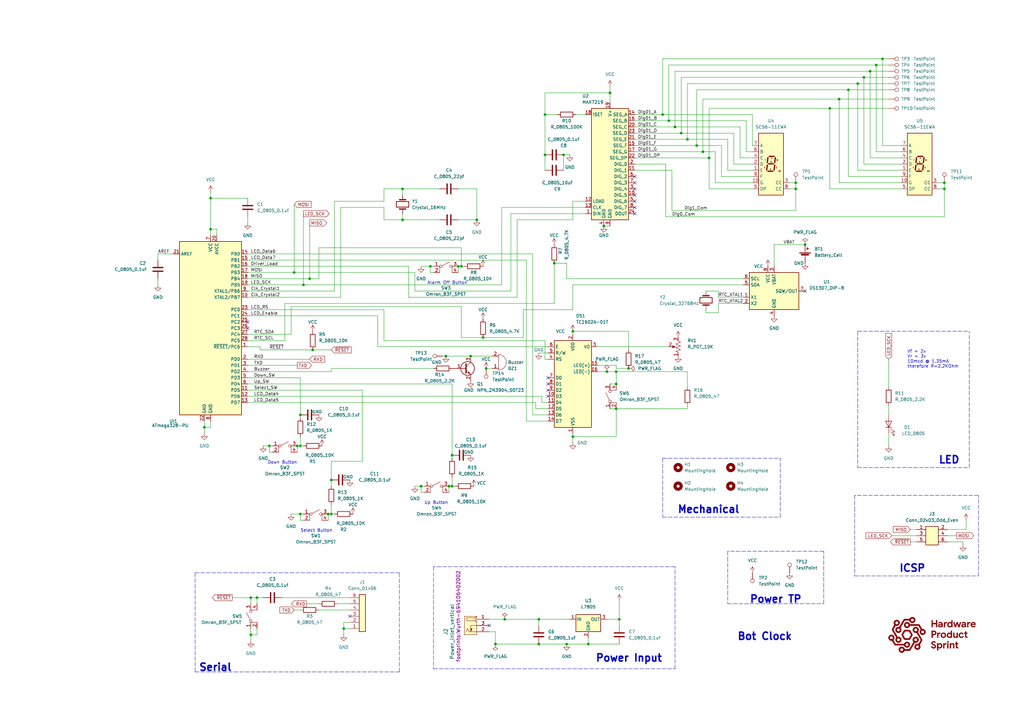
<source format=kicad_sch>
(kicad_sch (version 20211123) (generator eeschema)
  (paper "A3")
  (junction (at 276.86 52.07))
  (junction (at 127 114.3))
  (junction (at 290.83 64.77))
  (junction (at 234.95 179.07))
  (junction (at 123.19 210.82))
  (junction (at 387.35 74.93))
  (junction (at 252.73 157.48))
  (junction (at 347.98 36.83))
  (junction (at 252.73 167.64))
  (junction (at 340.36 44.45))
  (junction (at 123.19 182.88))
  (junction (at 326.39 77.47))
  (junction (at 271.78 46.99))
  (junction (at 288.29 62.23))
  (junction (at 134.62 210.82))
  (junction (at 123.19 170.18))
  (junction (at 189.23 109.22))
  (junction (at 223.52 46.99))
  (junction (at 83.82 175.26))
  (junction (at 247.65 92.71))
  (junction (at 359.41 26.67))
  (junction (at 165.1 90.17))
  (junction (at 254 254))
  (junction (at 102.87 245.11))
  (junction (at 135.89 210.82))
  (junction (at 241.3 264.16))
  (junction (at 176.53 109.22))
  (junction (at 285.75 59.69))
  (junction (at 231.14 63.5))
  (junction (at 165.1 77.47))
  (junction (at 86.36 81.28))
  (junction (at 182.88 146.05))
  (junction (at 257.81 151.13))
  (junction (at 105.41 245.11))
  (junction (at 185.42 186.69))
  (junction (at 354.33 31.75))
  (junction (at 185.42 199.39))
  (junction (at 220.98 254))
  (junction (at 344.17 40.64))
  (junction (at 232.41 264.16))
  (junction (at 223.52 63.5))
  (junction (at 199.39 151.13))
  (junction (at 227.33 107.95))
  (junction (at 198.12 138.43))
  (junction (at 135.89 196.85))
  (junction (at 124.46 116.84))
  (junction (at 356.87 29.21))
  (junction (at 361.95 24.13))
  (junction (at 128.27 143.51))
  (junction (at 326.39 74.93))
  (junction (at 387.35 77.47))
  (junction (at 140.97 257.81))
  (junction (at 184.15 199.39))
  (junction (at 220.98 264.16))
  (junction (at 203.2 264.16))
  (junction (at 207.01 254))
  (junction (at 86.36 93.98))
  (junction (at 121.92 182.88))
  (junction (at 195.58 90.17))
  (junction (at 274.32 49.53))
  (junction (at 120.65 111.76))
  (junction (at 252.73 152.4))
  (junction (at 250.19 38.1))
  (junction (at 172.72 199.39))
  (junction (at 234.95 135.89))
  (junction (at 279.4 54.61))
  (junction (at 248.92 152.4))
  (junction (at 281.94 57.15))
  (junction (at 187.96 109.22))
  (junction (at 102.87 260.35))
  (junction (at 193.04 146.05))
  (junction (at 330.2 100.33))
  (junction (at 351.79 34.29))
  (junction (at 110.49 182.88))
  (no_connect (at 260.35 87.63))
  (no_connect (at 260.35 74.93))
  (no_connect (at 260.35 72.39))
  (no_connect (at 260.35 80.01))
  (no_connect (at 260.35 77.47))
  (no_connect (at 260.35 82.55))
  (no_connect (at 260.35 85.09))
  (no_connect (at 330.2 119.38))
  (no_connect (at 224.79 162.56))
  (no_connect (at 224.79 160.02))
  (no_connect (at 224.79 157.48))
  (no_connect (at 224.79 154.94))
  (no_connect (at 101.6 134.62))
  (no_connect (at 200.66 256.54))
  (no_connect (at 143.51 252.73))
  (no_connect (at 101.6 132.08))
  (wire (pts (xy 205.74 85.09) (xy 240.03 85.09)))
  (wire (pts (xy 176.53 109.22) (xy 177.8 109.22)))
  (wire (pts (xy 281.94 57.15) (xy 260.35 57.15)))
  (wire (pts (xy 394.97 222.25) (xy 394.97 223.52)))
  (wire (pts (xy 218.44 170.18) (xy 224.79 170.18)))
  (wire (pts (xy 101.6 109.22) (xy 167.64 109.22)))
  (wire (pts (xy 387.35 77.47) (xy 387.35 88.9)))
  (wire (pts (xy 143.51 257.81) (xy 140.97 257.81)))
  (wire (pts (xy 359.41 62.23) (xy 359.41 26.67)))
  (polyline (pts (xy 337.82 247.65) (xy 337.82 226.06)))
  (wire (pts (xy 123.19 213.36) (xy 123.19 210.82)))
  (wire (pts (xy 184.15 199.39) (xy 185.42 199.39)))
  (wire (pts (xy 361.95 59.69) (xy 361.95 24.13)))
  (wire (pts (xy 170.18 119.38) (xy 209.55 119.38)))
  (wire (pts (xy 189.23 101.6) (xy 130.81 101.6)))
  (wire (pts (xy 101.6 129.54) (xy 154.94 129.54)))
  (wire (pts (xy 199.39 151.13) (xy 201.93 151.13)))
  (polyline (pts (xy 401.32 203.2) (xy 350.52 203.2)))
  (wire (pts (xy 139.7 85.09) (xy 139.7 121.92)))
  (polyline (pts (xy 397.51 191.77) (xy 397.51 135.89)))
  (wire (pts (xy 187.96 109.22) (xy 187.96 111.76)))
  (wire (pts (xy 326.39 77.47) (xy 323.85 77.47)))
  (wire (pts (xy 101.6 165.1) (xy 219.71 165.1)))
  (wire (pts (xy 198.12 138.43) (xy 214.63 138.43)))
  (wire (pts (xy 354.33 31.75) (xy 364.49 31.75)))
  (wire (pts (xy 252.73 167.64) (xy 281.94 167.64)))
  (polyline (pts (xy 298.45 247.65) (xy 337.82 247.65)))
  (wire (pts (xy 130.81 250.19) (xy 143.51 250.19)))
  (wire (pts (xy 298.45 69.85) (xy 308.61 69.85)))
  (wire (pts (xy 140.97 255.27) (xy 140.97 257.81)))
  (wire (pts (xy 212.09 90.17) (xy 234.95 90.17)))
  (wire (pts (xy 260.35 52.07) (xy 276.86 52.07)))
  (wire (pts (xy 157.48 90.17) (xy 165.1 90.17)))
  (wire (pts (xy 257.81 135.89) (xy 257.81 143.51)))
  (wire (pts (xy 121.92 182.88) (xy 121.92 185.42)))
  (wire (pts (xy 294.64 124.46) (xy 304.8 124.46)))
  (wire (pts (xy 101.6 160.02) (xy 148.59 160.02)))
  (polyline (pts (xy 80.01 234.95) (xy 163.83 234.95)))
  (wire (pts (xy 252.73 149.86) (xy 252.73 151.13)))
  (polyline (pts (xy 276.86 274.32) (xy 276.86 232.41)))
  (wire (pts (xy 215.9 172.72) (xy 224.79 172.72)))
  (wire (pts (xy 135.89 151.13) (xy 135.89 152.4)))
  (wire (pts (xy 254 254) (xy 248.92 254)))
  (wire (pts (xy 130.81 114.3) (xy 127 114.3)))
  (wire (pts (xy 234.95 127) (xy 234.95 116.84)))
  (wire (pts (xy 200.66 254) (xy 207.01 254)))
  (wire (pts (xy 241.3 261.62) (xy 241.3 264.16)))
  (wire (pts (xy 105.41 257.81) (xy 105.41 260.35)))
  (polyline (pts (xy 177.8 232.41) (xy 177.8 274.32)))
  (wire (pts (xy 170.18 111.76) (xy 170.18 119.38)))
  (wire (pts (xy 250.19 35.56) (xy 250.19 38.1)))
  (wire (pts (xy 101.6 149.86) (xy 121.92 149.86)))
  (wire (pts (xy 344.17 40.64) (xy 288.29 40.64)))
  (wire (pts (xy 294.64 121.92) (xy 294.64 119.38)))
  (polyline (pts (xy 350.52 203.2) (xy 350.52 208.28)))
  (wire (pts (xy 115.57 245.11) (xy 143.51 245.11)))
  (wire (pts (xy 250.19 157.48) (xy 252.73 157.48)))
  (wire (pts (xy 285.75 59.69) (xy 260.35 59.69)))
  (wire (pts (xy 165.1 90.17) (xy 180.34 90.17)))
  (wire (pts (xy 101.6 142.24) (xy 106.68 142.24)))
  (wire (pts (xy 101.6 88.9) (xy 101.6 91.44)))
  (wire (pts (xy 105.41 245.11) (xy 107.95 245.11)))
  (wire (pts (xy 273.05 88.9) (xy 387.35 88.9)))
  (wire (pts (xy 135.89 189.23) (xy 135.89 196.85)))
  (wire (pts (xy 86.36 81.28) (xy 101.6 81.28)))
  (wire (pts (xy 364.49 147.32) (xy 364.49 158.75)))
  (wire (pts (xy 369.57 69.85) (xy 351.79 69.85)))
  (polyline (pts (xy 298.45 228.6) (xy 298.45 247.65)))
  (wire (pts (xy 347.98 36.83) (xy 285.75 36.83)))
  (wire (pts (xy 289.56 128.27) (xy 294.64 128.27)))
  (wire (pts (xy 203.2 259.08) (xy 203.2 264.16)))
  (wire (pts (xy 214.63 127) (xy 234.95 127)))
  (wire (pts (xy 232.41 264.16) (xy 220.98 264.16)))
  (wire (pts (xy 234.95 135.89) (xy 257.81 135.89)))
  (wire (pts (xy 354.33 67.31) (xy 354.33 31.75)))
  (wire (pts (xy 102.87 245.11) (xy 105.41 245.11)))
  (wire (pts (xy 101.6 119.38) (xy 137.16 119.38)))
  (wire (pts (xy 189.23 125.73) (xy 189.23 138.43)))
  (wire (pts (xy 232.41 107.95) (xy 232.41 114.3)))
  (wire (pts (xy 101.6 116.84) (xy 124.46 116.84)))
  (wire (pts (xy 223.52 63.5) (xy 223.52 69.85)))
  (wire (pts (xy 220.98 144.78) (xy 224.79 144.78)))
  (wire (pts (xy 170.18 199.39) (xy 172.72 199.39)))
  (wire (pts (xy 369.57 77.47) (xy 340.36 77.47)))
  (wire (pts (xy 209.55 119.38) (xy 209.55 87.63)))
  (wire (pts (xy 326.39 86.36) (xy 275.59 86.36)))
  (wire (pts (xy 120.65 83.82) (xy 120.65 111.76)))
  (wire (pts (xy 121.92 182.88) (xy 123.19 182.88)))
  (wire (pts (xy 388.62 219.71) (xy 392.43 219.71)))
  (wire (pts (xy 139.7 85.09) (xy 157.48 85.09)))
  (wire (pts (xy 205.74 116.84) (xy 205.74 85.09)))
  (wire (pts (xy 273.05 67.31) (xy 260.35 67.31)))
  (wire (pts (xy 116.84 124.46) (xy 227.33 124.46)))
  (wire (pts (xy 241.3 264.16) (xy 232.41 264.16)))
  (wire (pts (xy 295.91 72.39) (xy 308.61 72.39)))
  (wire (pts (xy 105.41 247.65) (xy 105.41 245.11)))
  (wire (pts (xy 361.95 24.13) (xy 271.78 24.13)))
  (wire (pts (xy 157.48 77.47) (xy 165.1 77.47)))
  (wire (pts (xy 250.19 92.71) (xy 247.65 92.71)))
  (wire (pts (xy 106.68 143.51) (xy 128.27 143.51)))
  (wire (pts (xy 317.5 100.33) (xy 317.5 109.22)))
  (wire (pts (xy 290.83 77.47) (xy 290.83 64.77)))
  (wire (pts (xy 227.33 107.95) (xy 232.41 107.95)))
  (wire (pts (xy 308.61 77.47) (xy 290.83 77.47)))
  (wire (pts (xy 148.59 189.23) (xy 135.89 189.23)))
  (wire (pts (xy 232.41 114.3) (xy 304.8 114.3)))
  (wire (pts (xy 165.1 87.63) (xy 165.1 90.17)))
  (wire (pts (xy 369.57 67.31) (xy 354.33 67.31)))
  (wire (pts (xy 212.09 121.92) (xy 212.09 90.17)))
  (wire (pts (xy 388.62 222.25) (xy 394.97 222.25)))
  (wire (pts (xy 220.98 254) (xy 233.68 254)))
  (polyline (pts (xy 163.83 275.59) (xy 163.83 234.95)))
  (wire (pts (xy 365.76 219.71) (xy 375.92 219.71)))
  (wire (pts (xy 101.6 152.4) (xy 135.89 152.4)))
  (wire (pts (xy 209.55 87.63) (xy 240.03 87.63)))
  (wire (pts (xy 387.35 74.93) (xy 387.35 77.47)))
  (wire (pts (xy 250.19 167.64) (xy 252.73 167.64)))
  (wire (pts (xy 102.87 260.35) (xy 102.87 262.89)))
  (polyline (pts (xy 350.52 208.28) (xy 350.52 236.22)))
  (wire (pts (xy 119.38 137.16) (xy 119.38 125.73)))
  (wire (pts (xy 308.61 62.23) (xy 306.07 62.23)))
  (wire (pts (xy 106.68 142.24) (xy 106.68 143.51)))
  (wire (pts (xy 86.36 93.98) (xy 86.36 96.52)))
  (wire (pts (xy 252.73 151.13) (xy 257.81 151.13)))
  (wire (pts (xy 281.94 158.75) (xy 281.94 152.4)))
  (wire (pts (xy 135.89 196.85) (xy 135.89 199.39)))
  (wire (pts (xy 157.48 77.47) (xy 157.48 82.55)))
  (wire (pts (xy 157.48 85.09) (xy 157.48 90.17)))
  (wire (pts (xy 130.81 101.6) (xy 130.81 114.3)))
  (wire (pts (xy 64.77 104.14) (xy 64.77 106.68)))
  (wire (pts (xy 308.61 46.99) (xy 271.78 46.99)))
  (wire (pts (xy 340.36 44.45) (xy 364.49 44.45)))
  (wire (pts (xy 214.63 138.43) (xy 214.63 127)))
  (wire (pts (xy 234.95 179.07) (xy 234.95 177.8)))
  (wire (pts (xy 116.84 139.7) (xy 116.84 124.46)))
  (polyline (pts (xy 337.82 226.06) (xy 298.45 226.06)))
  (wire (pts (xy 137.16 82.55) (xy 157.48 82.55)))
  (wire (pts (xy 124.46 87.63) (xy 124.46 116.84)))
  (wire (pts (xy 177.8 151.13) (xy 135.89 151.13)))
  (wire (pts (xy 303.53 64.77) (xy 303.53 52.07)))
  (wire (pts (xy 127 114.3) (xy 101.6 114.3)))
  (wire (pts (xy 369.57 64.77) (xy 356.87 64.77)))
  (wire (pts (xy 182.88 146.05) (xy 193.04 146.05)))
  (wire (pts (xy 119.38 125.73) (xy 189.23 125.73)))
  (wire (pts (xy 123.19 154.94) (xy 123.19 170.18)))
  (wire (pts (xy 218.44 104.14) (xy 218.44 170.18)))
  (wire (pts (xy 308.61 64.77) (xy 303.53 64.77)))
  (wire (pts (xy 275.59 69.85) (xy 275.59 86.36)))
  (wire (pts (xy 184.15 199.39) (xy 184.15 201.93)))
  (wire (pts (xy 120.65 250.19) (xy 123.19 250.19)))
  (wire (pts (xy 83.82 175.26) (xy 86.36 175.26)))
  (wire (pts (xy 165.1 80.01) (xy 165.1 77.47)))
  (wire (pts (xy 340.36 44.45) (xy 290.83 44.45)))
  (wire (pts (xy 354.33 31.75) (xy 279.4 31.75)))
  (wire (pts (xy 323.85 74.93) (xy 326.39 74.93)))
  (wire (pts (xy 223.52 46.99) (xy 223.52 63.5)))
  (wire (pts (xy 276.86 29.21) (xy 276.86 52.07)))
  (wire (pts (xy 344.17 74.93) (xy 344.17 40.64)))
  (polyline (pts (xy 351.79 135.89) (xy 351.79 191.77)))
  (wire (pts (xy 295.91 72.39) (xy 295.91 59.69)))
  (wire (pts (xy 252.73 157.48) (xy 252.73 152.4)))
  (wire (pts (xy 271.78 24.13) (xy 271.78 46.99)))
  (wire (pts (xy 304.8 121.92) (xy 294.64 121.92)))
  (wire (pts (xy 123.19 179.07) (xy 123.19 182.88)))
  (wire (pts (xy 245.11 149.86) (xy 252.73 149.86)))
  (wire (pts (xy 281.94 34.29) (xy 281.94 57.15)))
  (wire (pts (xy 295.91 59.69) (xy 285.75 59.69)))
  (wire (pts (xy 195.58 77.47) (xy 195.58 90.17)))
  (wire (pts (xy 189.23 138.43) (xy 198.12 138.43)))
  (wire (pts (xy 340.36 77.47) (xy 340.36 44.45)))
  (wire (pts (xy 233.68 63.5) (xy 231.14 63.5)))
  (wire (pts (xy 154.94 129.54) (xy 154.94 142.24)))
  (polyline (pts (xy 271.78 187.96) (xy 320.04 187.96)))
  (wire (pts (xy 101.6 137.16) (xy 119.38 137.16)))
  (wire (pts (xy 234.95 116.84) (xy 304.8 116.84)))
  (wire (pts (xy 260.35 69.85) (xy 275.59 69.85)))
  (wire (pts (xy 254 246.38) (xy 254 254)))
  (wire (pts (xy 207.01 254) (xy 220.98 254)))
  (wire (pts (xy 157.48 127) (xy 157.48 139.7)))
  (wire (pts (xy 101.6 127) (xy 157.48 127)))
  (wire (pts (xy 111.76 185.42) (xy 110.49 185.42)))
  (wire (pts (xy 135.89 207.01) (xy 135.89 210.82)))
  (wire (pts (xy 148.59 160.02) (xy 148.59 189.23)))
  (wire (pts (xy 101.6 121.92) (xy 139.7 121.92)))
  (wire (pts (xy 167.64 109.22) (xy 167.64 121.92)))
  (wire (pts (xy 359.41 26.67) (xy 364.49 26.67)))
  (wire (pts (xy 326.39 77.47) (xy 326.39 86.36)))
  (wire (pts (xy 252.73 179.07) (xy 234.95 179.07)))
  (wire (pts (xy 128.27 143.51) (xy 135.89 143.51)))
  (wire (pts (xy 356.87 29.21) (xy 364.49 29.21)))
  (wire (pts (xy 252.73 152.4) (xy 248.92 152.4)))
  (wire (pts (xy 236.22 46.99) (xy 240.03 46.99)))
  (wire (pts (xy 189.23 109.22) (xy 189.23 101.6)))
  (wire (pts (xy 219.71 165.1) (xy 219.71 167.64)))
  (wire (pts (xy 123.19 210.82) (xy 124.46 210.82)))
  (wire (pts (xy 227.33 107.95) (xy 227.33 124.46)))
  (wire (pts (xy 273.05 67.31) (xy 273.05 88.9)))
  (wire (pts (xy 193.04 146.05) (xy 201.93 146.05)))
  (wire (pts (xy 290.83 64.77) (xy 260.35 64.77)))
  (wire (pts (xy 241.3 264.16) (xy 254 264.16)))
  (wire (pts (xy 288.29 62.23) (xy 260.35 62.23)))
  (wire (pts (xy 306.07 49.53) (xy 274.32 49.53)))
  (wire (pts (xy 351.79 34.29) (xy 281.94 34.29)))
  (wire (pts (xy 364.49 177.8) (xy 364.49 182.88)))
  (wire (pts (xy 344.17 40.64) (xy 364.49 40.64)))
  (polyline (pts (xy 271.78 212.09) (xy 320.04 212.09)))
  (wire (pts (xy 110.49 185.42) (xy 110.49 182.88)))
  (wire (pts (xy 300.99 67.31) (xy 308.61 67.31)))
  (wire (pts (xy 101.6 154.94) (xy 123.19 154.94)))
  (wire (pts (xy 86.36 93.98) (xy 88.9 93.98)))
  (wire (pts (xy 223.52 139.7) (xy 157.48 139.7)))
  (wire (pts (xy 369.57 59.69) (xy 361.95 59.69)))
  (wire (pts (xy 294.64 119.38) (xy 289.56 119.38)))
  (wire (pts (xy 86.36 81.28) (xy 86.36 93.98)))
  (wire (pts (xy 373.38 217.17) (xy 375.92 217.17)))
  (wire (pts (xy 86.36 78.74) (xy 86.36 81.28)))
  (wire (pts (xy 134.62 210.82) (xy 134.62 213.36)))
  (wire (pts (xy 369.57 72.39) (xy 347.98 72.39)))
  (wire (pts (xy 223.52 147.32) (xy 223.52 139.7)))
  (wire (pts (xy 101.6 111.76) (xy 120.65 111.76)))
  (polyline (pts (xy 298.45 226.06) (xy 298.45 228.6)))
  (wire (pts (xy 356.87 29.21) (xy 276.86 29.21)))
  (wire (pts (xy 185.42 195.58) (xy 185.42 199.39)))
  (wire (pts (xy 105.41 260.35) (xy 102.87 260.35)))
  (wire (pts (xy 200.66 259.08) (xy 203.2 259.08)))
  (wire (pts (xy 234.95 90.17) (xy 234.95 82.55)))
  (wire (pts (xy 234.95 135.89) (xy 234.95 137.16)))
  (wire (pts (xy 101.6 104.14) (xy 218.44 104.14)))
  (wire (pts (xy 384.81 74.93) (xy 387.35 74.93)))
  (wire (pts (xy 102.87 257.81) (xy 102.87 260.35)))
  (wire (pts (xy 138.43 247.65) (xy 143.51 247.65)))
  (wire (pts (xy 222.25 165.1) (xy 224.79 165.1)))
  (wire (pts (xy 176.53 111.76) (xy 176.53 109.22)))
  (wire (pts (xy 101.6 162.56) (xy 222.25 162.56)))
  (wire (pts (xy 101.6 106.68) (xy 215.9 106.68)))
  (wire (pts (xy 293.37 62.23) (xy 288.29 62.23)))
  (wire (pts (xy 187.96 109.22) (xy 189.23 109.22)))
  (wire (pts (xy 388.62 217.17) (xy 396.24 217.17)))
  (wire (pts (xy 306.07 62.23) (xy 306.07 49.53)))
  (wire (pts (xy 167.64 121.92) (xy 212.09 121.92)))
  (wire (pts (xy 165.1 77.47) (xy 180.34 77.47)))
  (wire (pts (xy 101.6 139.7) (xy 116.84 139.7)))
  (wire (pts (xy 231.14 69.85) (xy 231.14 63.5)))
  (wire (pts (xy 88.9 96.52) (xy 88.9 93.98)))
  (wire (pts (xy 102.87 245.11) (xy 95.25 245.11)))
  (wire (pts (xy 234.95 181.61) (xy 234.95 179.07)))
  (wire (pts (xy 281.94 167.64) (xy 281.94 166.37)))
  (polyline (pts (xy 320.04 212.09) (xy 320.04 187.96)))
  (wire (pts (xy 124.46 116.84) (xy 205.74 116.84)))
  (wire (pts (xy 300.99 54.61) (xy 279.4 54.61)))
  (wire (pts (xy 250.19 38.1) (xy 250.19 41.91)))
  (wire (pts (xy 347.98 72.39) (xy 347.98 36.83)))
  (wire (pts (xy 177.8 111.76) (xy 176.53 111.76)))
  (wire (pts (xy 185.42 157.48) (xy 185.42 186.69)))
  (wire (pts (xy 396.24 217.17) (xy 396.24 213.36)))
  (wire (pts (xy 271.78 46.99) (xy 260.35 46.99)))
  (wire (pts (xy 86.36 175.26) (xy 86.36 172.72)))
  (polyline (pts (xy 401.32 236.22) (xy 401.32 203.2)))
  (wire (pts (xy 143.51 255.27) (xy 140.97 255.27)))
  (wire (pts (xy 369.57 74.93) (xy 344.17 74.93)))
  (wire (pts (xy 252.73 167.64) (xy 252.73 179.07)))
  (wire (pts (xy 107.95 182.88) (xy 110.49 182.88)))
  (wire (pts (xy 351.79 34.29) (xy 364.49 34.29)))
  (wire (pts (xy 181.61 146.05) (xy 182.88 146.05)))
  (wire (pts (xy 288.29 40.64) (xy 288.29 62.23)))
  (wire (pts (xy 359.41 26.67) (xy 274.32 26.67)))
  (wire (pts (xy 154.94 142.24) (xy 224.79 142.24)))
  (wire (pts (xy 326.39 74.93) (xy 326.39 77.47)))
  (wire (pts (xy 83.82 177.8) (xy 83.82 175.26)))
  (wire (pts (xy 303.53 52.07) (xy 276.86 52.07)))
  (wire (pts (xy 215.9 106.68) (xy 215.9 172.72)))
  (wire (pts (xy 223.52 38.1) (xy 250.19 38.1)))
  (wire (pts (xy 140.97 257.81) (xy 140.97 260.35)))
  (wire (pts (xy 173.99 201.93) (xy 172.72 201.93)))
  (wire (pts (xy 234.95 82.55) (xy 240.03 82.55)))
  (wire (pts (xy 274.32 26.67) (xy 274.32 49.53)))
  (polyline (pts (xy 350.52 236.22) (xy 401.32 236.22)))
  (wire (pts (xy 298.45 57.15) (xy 281.94 57.15)))
  (wire (pts (xy 64.77 114.3) (xy 64.77 116.84)))
  (polyline (pts (xy 177.8 274.32) (xy 276.86 274.32)))
  (wire (pts (xy 279.4 54.61) (xy 260.35 54.61)))
  (wire (pts (xy 127 147.32) (xy 101.6 147.32)))
  (polyline (pts (xy 276.86 232.41) (xy 177.8 232.41)))
  (wire (pts (xy 248.92 152.4) (xy 245.11 152.4)))
  (polyline (pts (xy 80.01 275.59) (xy 163.83 275.59)))
  (wire (pts (xy 293.37 74.93) (xy 293.37 62.23)))
  (wire (pts (xy 220.98 254) (xy 220.98 256.54)))
  (wire (pts (xy 125.73 247.65) (xy 130.81 247.65)))
  (polyline (pts (xy 80.01 234.95) (xy 80.01 275.59)))
  (wire (pts (xy 219.71 167.64) (xy 224.79 167.64)))
  (wire (pts (xy 172.72 109.22) (xy 176.53 109.22)))
  (wire (pts (xy 83.82 175.26) (xy 83.82 172.72)))
  (wire (pts (xy 102.87 247.65) (xy 102.87 245.11)))
  (polyline (pts (xy 271.78 187.96) (xy 271.78 212.09)))
  (wire (pts (xy 290.83 44.45) (xy 290.83 64.77)))
  (wire (pts (xy 172.72 201.93) (xy 172.72 199.39)))
  (wire (pts (xy 222.25 162.56) (xy 222.25 165.1)))
  (wire (pts (xy 137.16 119.38) (xy 137.16 82.55)))
  (wire (pts (xy 317.5 100.33) (xy 330.2 100.33)))
  (wire (pts (xy 119.38 210.82) (xy 123.19 210.82)))
  (wire (pts (xy 185.42 186.69) (xy 185.42 187.96)))
  (wire (pts (xy 369.57 62.23) (xy 359.41 62.23)))
  (wire (pts (xy 124.46 213.36) (xy 123.19 213.36)))
  (wire (pts (xy 361.95 24.13) (xy 364.49 24.13)))
  (wire (pts (xy 123.19 170.18) (xy 123.19 171.45)))
  (wire (pts (xy 120.65 111.76) (xy 170.18 111.76)))
  (wire (pts (xy 285.75 36.83) (xy 285.75 59.69)))
  (wire (pts (xy 351.79 69.85) (xy 351.79 34.29)))
  (wire (pts (xy 347.98 36.83) (xy 364.49 36.83)))
  (wire (pts (xy 189.23 109.22) (xy 190.5 109.22)))
  (wire (pts (xy 187.96 90.17) (xy 195.58 90.17)))
  (wire (pts (xy 300.99 67.31) (xy 300.99 54.61)))
  (wire (pts (xy 134.62 210.82) (xy 135.89 210.82)))
  (polyline (pts (xy 351.79 191.77) (xy 397.51 191.77)))
  (wire (pts (xy 245.11 142.24) (xy 274.32 142.24)))
  (wire (pts (xy 254 256.54) (xy 254 254)))
  (wire (pts (xy 110.49 182.88) (xy 111.76 182.88)))
  (wire (pts (xy 224.79 147.32) (xy 223.52 147.32)))
  (wire (pts (xy 223.52 46.99) (xy 228.6 46.99)))
  (wire (pts (xy 294.64 128.27) (xy 294.64 124.46)))
  (wire (pts (xy 293.37 74.93) (xy 308.61 74.93)))
  (wire (pts (xy 135.89 210.82) (xy 137.16 210.82)))
  (wire (pts (xy 187.96 77.47) (xy 195.58 77.47)))
  (wire (pts (xy 172.72 199.39) (xy 173.99 199.39)))
  (wire (pts (xy 289.56 127) (xy 289.56 128.27)))
  (wire (pts (xy 384.81 77.47) (xy 387.35 77.47)))
  (polyline (pts (xy 351.79 135.89) (xy 397.51 135.89)))
  (wire (pts (xy 203.2 264.16) (xy 220.98 264.16)))
  (wire (pts (xy 123.19 182.88) (xy 124.46 182.88)))
  (wire (pts (xy 185.42 199.39) (xy 186.69 199.39)))
  (wire (pts (xy 127 91.44) (xy 127 114.3)))
  (wire (pts (xy 356.87 64.77) (xy 356.87 29.21)))
  (wire (pts (xy 64.77 104.14) (xy 71.12 104.14)))
  (wire (pts (xy 101.6 157.48) (xy 185.42 157.48)))
  (wire (pts (xy 223.52 46.99) (xy 223.52 38.1)))
  (wire (pts (xy 364.49 166.37) (xy 364.49 170.18)))
  (wire (pts (xy 298.45 69.85) (xy 298.45 57.15)))
  (wire (pts (xy 281.94 152.4) (xy 252.73 152.4)))
  (wire (pts (xy 279.4 31.75) (xy 279.4 54.61)))
  (wire (pts (xy 373.38 222.25) (xy 375.92 222.25)))
  (wire (pts (xy 308.61 59.69) (xy 308.61 46.99)))
  (wire (pts (xy 274.32 49.53) (xy 260.35 49.53)))
  (text "Down Button\n" (at 121.92 190.5 180) (effects (font (size 1.27 1.27)) (justify right bottom)))
  (text "Select Button" (at 123.19 218.44 0) (effects (font (size 1.27 1.27)) (justify left bottom)))
  (text "Mechanical" (at 303.53 210.82 180) (effects (font (size 3 3) bold) (justify right bottom)))
  (text "Power TP\n" (at 307.34 247.65 0) (effects (font (size 3 3) (thickness 0.6) bold) (justify left bottom)))
  (text "Power Input" (at 271.78 271.78 180) (effects (font (size 3 3) bold) (justify right bottom)))
  (text "Serial" (at 95.25 275.59 180) (effects (font (size 3 3) (thickness 0.6) bold) (justify right bottom)))
  (text "Alarm Off Button" (at 175.26 116.84 0) (effects (font (size 1.27 1.27)) (justify left bottom)))
  (text "LED" (at 384.81 190.5 0) (effects (font (size 3 3) (thickness 0.6) bold) (justify left bottom)))
  (text "Up Button" (at 173.99 207.01 0) (effects (font (size 1.27 1.27)) (justify left bottom)))
  (text "Vf = 2v\nVr = 3v\n10mcd @ 1.35mA\ntherefore R=2.2KOhm" (at 372.11 151.13 0) (effects (font (size 1.27 1.27)) (justify left bottom)))
  (text "Bot Clock" (at 302.26 262.89 0) (effects (font (size 3 3) (thickness 0.6) bold) (justify left bottom)))
  (text "ICSP" (at 379.73 234.95 180) (effects (font (size 3 3) (thickness 0.6) bold) (justify right bottom)))
  (label "Select_SW" (at 104.14 160.02 0))
  (label "Buzzer" (at 104.14 152.4 0))
  (label "Dig01_E" (at 261.62 57.15 0))
  (label "LCD_Data4" (at 104.14 162.56 0))
  (label "RXD" (at 104.14 147.32 0))
  (label "LCD_Data7" (at 102.87 106.68 0))
  (label "Dig01_G" (at 261.62 62.23 0))
  (label "~{RESET}" (at 110.49 143.51 0))
  (label "Down_SW" (at 104.14 154.94 0))
  (label "Up_SW" (at 104.14 157.48 0))
  (label "LCD_Data6" (at 102.87 104.14 0))
  (label "Dig01_B" (at 261.62 49.53 0))
  (label "LED_SCK" (at 102.87 116.84 0))
  (label "RTC_XTAL1" (at 294.64 121.92 0))
  (label "Clk_Crystal1" (at 102.87 119.38 0))
  (label "VBAT" (at 321.31 100.33 0))
  (label "RTC_XTAL2" (at 294.64 124.46 0))
  (label "Dig01_D" (at 261.62 54.61 0))
  (label "LCD_Enable" (at 102.87 129.54 0))
  (label "MISO" (at 102.87 114.3 0))
  (label "Dig1_Com" (at 280.67 86.36 0))
  (label "Driver_Load" (at 102.87 109.22 0))
  (label "Dig0_Com" (at 275.59 88.9 0))
  (label "RTC_SDA" (at 104.14 137.16 0))
  (label "Dig01_A" (at 261.62 46.99 0))
  (label "Dig01_C" (at 261.62 52.07 0))
  (label "TXD" (at 104.14 149.86 0))
  (label "Dig01_DP" (at 261.62 64.77 0))
  (label "MOSI" (at 102.87 111.76 0))
  (label "LCD_Data5" (at 104.14 165.1 0))
  (label "LCD_RS" (at 102.87 127 0))
  (label "Dig01_F" (at 261.62 59.69 0))
  (label "AREF" (at 64.77 104.14 0))
  (label "RTC_SCL" (at 104.14 139.7 0))
  (label "Clk_Crystal2" (at 102.87 121.92 0))
  (global_label "MISO" (shape input) (at 373.38 217.17 180) (property "Intersheet References" "${INTERSHEET_REFS}" (effects hide)))
  (global_label "LED_SCK" (shape input) (at 364.49 147.32 90) (property "Intersheet References" "${INTERSHEET_REFS}" (effects hide)))
  (global_label "RXD" (shape output) (at 125.73 247.65 180) (property "Intersheet References" "${INTERSHEET_REFS}" (effects hide)))
  (global_label "MISO" (shape output) (at 127 91.44 0) (property "Intersheet References" "${INTERSHEET_REFS}" (effects hide)))
  (global_label "MOSI" (shape output) (at 392.43 219.71 0) (property "Intersheet References" "${INTERSHEET_REFS}" (effects hide)))
  (global_label "MOSI" (shape input) (at 120.65 83.82 0) (property "Intersheet References" "${INTERSHEET_REFS}" (effects hide)))
  (global_label "~{RESET}" (shape output) (at 373.38 222.25 180) (property "Intersheet References" "${INTERSHEET_REFS}" (effects hide)))
  (global_label "LED_SCK" (shape output) (at 124.46 87.63 0) (property "Intersheet References" "${INTERSHEET_REFS}" (effects hide)))
  (global_label "RXD" (shape input) (at 127 147.32 0) (property "Intersheet References" "${INTERSHEET_REFS}" (effects hide)))
  (global_label "~{RESET}" (shape input) (at 135.89 143.51 0) (property "Intersheet References" "${INTERSHEET_REFS}" (effects hide)))
  (global_label "~{RESET}" (shape output) (at 95.25 245.11 180) (property "Intersheet References" "${INTERSHEET_REFS}" (effects hide)))
  (global_label "TXD" (shape input) (at 120.65 250.19 180) (property "Intersheet References" "${INTERSHEET_REFS}" (effects hide)))
  (global_label "TXD" (shape output) (at 121.92 149.86 0) (property "Intersheet References" "${INTERSHEET_REFS}" (effects hide)))
  (global_label "LED_SCK" (shape input) (at 365.76 219.71 180) (property "Intersheet References" "${INTERSHEET_REFS}" (effects hide)))
  (symbol (lib_id "HPS:VCC") (at 308.61 234.95 0) (unit 1)
    (property "Reference" "#PWR0102" (effects hide))
    (property "Value" "VCC" (at 308.61 229.87 0))
  )
  (symbol (lib_id "HPS:Battery_Cell") (at 330.2 105.41 0) (unit 1)
    (property "Reference" "BT1" (at 334.01 102.1079 0) (effects (justify left)))
    (property "Value" "Battery_Cell" (at 334.01 104.6479 0) (effects (justify left)))
    (property "Footprint" "footprints:BatteryHolder_Keystone_106_1x20mm" (effects hide))
    (property "Datasheet" "https://media.digikey.com/pdf/Data%20Sheets/Memory%20Protection%20PDFs/Coin_Cell_Guide.pdf" (effects hide))
    (property "MFG" "MPD (Memory Protection Devices)" (effects hide))
    (property "MPN" "BS-7" (effects hide))
    (property "Digikey PN" "BS-7-ND" (effects hide))
    (property "Mouser PN" "N/A" (effects hide))
  )
  (symbol (lib_id "HPS:PWR_FLAG") (at 203.2 264.16 180) (unit 1)
    (property "Reference" "#FLG01" (effects hide))
    (property "Value" "PWR_FLAG" (at 203.2 269.24 0))
  )
  (symbol (lib_id "HPS:GND") (at 64.77 116.84 0) (unit 1)
    (property "Reference" "#PWR018" (effects hide))
    (property "Value" "GND" (at 64.77 121.92 0))
  )
  (symbol (lib_id "HPS:TestPoint") (at 387.35 74.93 0) (unit 1)
    (property "Reference" "TP11" (at 389.89 70.3579 0) (effects (justify left)))
    (property "Value" "TestPoint" (at 389.89 72.8979 0) (effects (justify left)))
    (property "Footprint" "footprints:TestPoint_THTPad_D2.0mm_Drill1.0mm" (effects hide))
  )
  (symbol (lib_id "HPS:R_0805_1K") (at 185.42 191.77 0) (unit 1)
    (property "Reference" "R15" (at 191.77 191.77 0) (effects (justify left)))
    (property "Value" "R_0805_1K" (at 187.96 194.31 0) (effects (justify left)))
    (property "Footprint" "footprints:R_0805_2012Metric" (effects hide))
    (property "Datasheet" "https://www.digikey.com/en/products/detail/yageo/RC0805FR-071KL/727444" (effects hide))
    (property "MFG" "Yageo" (effects hide))
    (property "Digikey PN" "RC0805FR-0710KL" (effects hide))
    (property "Mouser PN" "N/A" (effects hide))
    (property "Power" "N/A" (effects hide))
    (property "Tolerance" "N/A" (effects hide))
    (property "MPN" "RC0805FR-071KL" (effects hide))
  )
  (symbol (lib_id "HPS:GND") (at 233.68 63.5 0) (unit 1)
    (property "Reference" "#PWR029" (effects hide))
    (property "Value" "GND" (at 233.68 68.58 0))
  )
  (symbol (lib_id "HPS:GND") (at 278.13 146.05 0) (unit 1)
    (property "Reference" "#PWR036" (effects hide))
    (property "Value" "GND" (at 278.13 151.13 0))
  )
  (symbol (lib_id "HPS:R_0805_100K") (at 232.41 46.99 90) (unit 1)
    (property "Reference" "R10" (at 232.41 49.53 90))
    (property "Value" "R_0805_100K" (at 232.41 52.07 90))
    (property "Footprint" "footprints:R_0805_2012Metric" (effects hide))
    (property "Datasheet" "https://www.digikey.com/en/products/detail/yageo/RC0805FR-07100KL/727544" (effects hide))
    (property "MFG" "Yageo" (effects hide))
    (property "MPN" "RC0805FR-07100KL" (effects hide))
    (property "Digikey PN" "311-100KCRCT-ND" (effects hide))
    (property "Mouser PN" "N/A" (effects hide))
    (property "Power" "N/A" (effects hide))
    (property "Tolerance" "N/A" (effects hide))
  )
  (symbol (lib_id "HPS:VCC") (at 250.19 35.56 0) (unit 1)
    (property "Reference" "#PWR013" (effects hide))
    (property "Value" "VCC" (at 250.19 30.48 0))
  )
  (symbol (lib_id "HPS:R_0805_10K") (at 128.27 182.88 90) (unit 1)
    (property "Reference" "R1" (at 129.54 189.23 90) (effects (justify left)))
    (property "Value" "R_0805_10K" (at 137.16 186.69 90) (effects (justify left)))
    (property "Footprint" "footprints:R_0805_2012Metric" (effects hide))
    (property "Datasheet" "https://www.digikey.com/en/products/detail/yageo/RC0805FR-0710KL/727535" (effects hide))
    (property "MFG" "Yageo" (effects hide))
    (property "MPN" "RC0805FR-0710KL" (effects hide))
    (property "Digikey PN" "311-10.0KCRCT-ND" (effects hide))
    (property "Mouser PN" "N/A" (effects hide))
    (property "Power" "N/A" (effects hide))
    (property "Tolerance" "N/A" (effects hide))
  )
  (symbol (lib_id "HPS:DS1307_DIP-8") (at 317.5 119.38 0) (unit 1)
    (property "Reference" "U1" (at 339.09 115.57 0))
    (property "Value" "DS1307_DIP-8" (at 339.09 118.11 0))
    (property "Footprint" "footprints:DIP-8_W7.62mm" (effects hide))
    (property "Datasheet" "https://datasheets.maximintegrated.com/en/ds/DS1307.pdf" (effects hide))
    (property "MFG" "Assmann WSW Components" (effects hide))
    (property "MPN" "A 08-LC-TT" (effects hide))
    (property "Digikey PN" "AE9986-ND" (effects hide))
    (property "Mouser PN" "N/A" (effects hide))
  )
  (symbol (lib_id "HPS:GND") (at 193.04 186.69 0) (unit 1)
    (property "Reference" "#PWR033" (effects hide))
    (property "Value" "GND" (at 194.31 185.42 0) (effects (justify right)))
  )
  (symbol (lib_id "HPS:Omron_B3F_SPST") (at 179.07 199.39 0) (unit 1)
    (property "Reference" "SW4" (at 179.07 208.28 0))
    (property "Value" "Omron_B3F_SPST" (at 179.07 210.82 0))
    (property "Footprint" "footprints:SW_SPST_Omron_B3FS-100xP" (effects hide))
    (property "Datasheet" "https://omronfs.omron.com/en_US/ecb/products/pdf/en-b3fs.pdf" (effects hide))
    (property "MFG" "Omron Electronics Inc-EMC Div" (effects hide))
    (property "MPN" "B3FS-1000P" (effects hide))
    (property "Digikey PN" "SW423CT-ND" (effects hide))
    (property "Mouser PN" "N/A" (effects hide))
  )
  (symbol (lib_id "HPS:R_0805_10K") (at 190.5 199.39 90) (unit 1)
    (property "Reference" "R9" (at 191.77 203.2 90) (effects (justify left)))
    (property "Value" "R_0805_10K" (at 199.39 205.7401 90) (effects (justify left)))
    (property "Footprint" "footprints:R_0805_2012Metric" (effects hide))
    (property "Datasheet" "https://www.digikey.com/en/products/detail/yageo/RC0805FR-0710KL/727535" (effects hide))
    (property "MFG" "Yageo" (effects hide))
    (property "MPN" "RC0805FR-0710KL" (effects hide))
    (property "Digikey PN" "311-10.0KCRCT-ND" (effects hide))
    (property "Mouser PN" "N/A" (effects hide))
    (property "Power" "N/A" (effects hide))
    (property "Tolerance" "N/A" (effects hide))
  )
  (symbol (lib_id "HPS:GND") (at 323.85 234.95 0) (unit 1)
    (property "Reference" "#PWR0101" (effects hide))
    (property "Value" "GND" (at 323.85 240.03 0))
  )
  (symbol (lib_id "HPS:GND") (at 330.2 107.95 0) (unit 1)
    (property "Reference" "#PWR025" (effects hide))
    (property "Value" "GND" (at 327.66 107.95 0))
  )
  (symbol (lib_id "HPS:GND") (at 193.04 156.21 0) (unit 1)
    (property "Reference" "#PWR04" (effects hide))
    (property "Value" "GND" (at 194.31 160.02 0) (effects (justify right)))
  )
  (symbol (lib_id "HPS:R_0805_1K") (at 135.89 203.2 0) (unit 1)
    (property "Reference" "R13" (at 138.43 201.9299 0) (effects (justify left)))
    (property "Value" "R_0805_1K" (at 138.43 204.4699 0) (effects (justify left)))
    (property "Footprint" "footprints:R_0805_2012Metric" (effects hide))
    (property "Datasheet" "https://www.digikey.com/en/products/detail/yageo/RC0805FR-071KL/727444" (effects hide))
    (property "MFG" "Yageo" (effects hide))
    (property "Digikey PN" "RC0805FR-0710KL" (effects hide))
    (property "Mouser PN" "N/A" (effects hide))
    (property "Power" "N/A" (effects hide))
    (property "Tolerance" "N/A" (effects hide))
    (property "MPN" "RC0805FR-071KL" (effects hide))
  )
  (symbol (lib_id "HPS:R_0805_47") (at 281.94 162.56 0) (unit 1)
    (property "Reference" "R16" (at 284.48 160.02 0) (effects (justify left)))
    (property "Value" "R_0805_47" (at 284.48 162.56 0) (effects (justify left)))
    (property "Footprint" "footprints:R_0805_2012Metric" (effects hide))
    (property "Datasheet" "https://www.digikey.com/en/products/detail/yageo/RC0805FR-0747RL/727972" (effects hide))
    (property "MFG" "Yageo" (effects hide))
    (property "Digikey PN" "RC0805FR-0747RL " (effects hide))
    (property "Mouser PN" "N/A" (effects hide))
    (property "Power" "N/A" (effects hide))
    (property "Tolerance" "N/A" (effects hide))
    (property "MPN" "RC0805FR-0747RL " (effects hide))
  )
  (symbol (lib_id "HPS:R_0805_47") (at 127 250.19 90) (unit 1)
    (property "Reference" "R3" (at 127 252.73 90))
    (property "Value" "R_0805_47" (at 127 255.27 90))
    (property "Footprint" "footprints:R_0805_2012Metric" (effects hide))
    (property "Datasheet" "https://www.digikey.com/en/products/detail/yageo/RC0805FR-0747RL/727972" (effects hide))
    (property "MFG" "Yageo" (effects hide))
    (property "Digikey PN" "RC0805FR-0747RL " (effects hide))
    (property "Mouser PN" "N/A" (effects hide))
    (property "Power" "N/A" (effects hide))
    (property "Tolerance" "N/A" (effects hide))
    (property "MPN" "RC0805FR-0747RL " (effects hide))
  )
  (symbol (lib_id "HPS:TestPoint") (at 323.85 234.95 0) (unit 1)
    (property "Reference" "TP12" (at 326.39 230.3779 0) (effects (justify left)))
    (property "Value" "TestPoint" (at 326.39 232.9179 0) (effects (justify left)))
    (property "Footprint" "footprints:TestPoint_THTPad_D2.0mm_Drill1.0mm" (effects hide))
  )
  (symbol (lib_id "HPS:GND") (at 220.98 144.78 0) (unit 1)
    (property "Reference" "#PWR09" (effects hide))
    (property "Value" "GND" (at 220.98 143.51 0))
  )
  (symbol (lib_id "HPS:GND") (at 247.65 92.71 0) (unit 1)
    (property "Reference" "#PWR012" (effects hide))
    (property "Value" "GND" (at 247.65 96.52 0))
  )
  (symbol (lib_id "HPS:TestPoint") (at 364.49 36.83 270) (unit 1)
    (property "Reference" "TP8" (at 369.57 36.83 90) (effects (justify left)))
    (property "Value" "TestPoint" (at 374.65 36.83 90) (effects (justify left)))
    (property "Footprint" "footprints:TestPoint_THTPad_D2.0mm_Drill1.0mm" (effects hide))
  )
  (symbol (lib_id "HPS:GND") (at 170.18 199.39 0) (unit 1)
    (property "Reference" "#PWR026" (effects hide))
    (property "Value" "GND" (at 170.18 204.47 0))
  )
  (symbol (lib_id "HPS:C_0805_0.1uf") (at 127 170.18 270) (unit 1)
    (property "Reference" "C10" (at 140.97 167.64 90))
    (property "Value" "C_0805_0.1uf" (at 140.97 170.18 90))
    (property "Footprint" "footprints:C_0805_2012Metric" (effects hide))
    (property "Datasheet" "https://datasheets.avx.com/X7RDielectric.pdf" (effects hide))
    (property "MFG" "AVX Corporation" (effects hide))
    (property "MPN" "08055C104KAT2A" (effects hide))
    (property "Digikey PN" "478-1395-1-ND" (effects hide))
    (property "Mouser PN" "N/A" (effects hide))
    (property "Voltage" "N/A" (effects hide))
    (property "Dielectric" "N/A" (effects hide))
    (property "Tolerance" "N/A" (effects hide))
  )
  (symbol (lib_id "HPS:TestPoint") (at 364.49 34.29 270) (unit 1)
    (property "Reference" "TP7" (at 369.57 34.29 90) (effects (justify left)))
    (property "Value" "TestPoint" (at 374.65 34.29 90) (effects (justify left)))
    (property "Footprint" "footprints:TestPoint_THTPad_D2.0mm_Drill1.0mm" (effects hide))
  )
  (symbol (lib_name "SC56-11EWA_1") (lib_id "HPS:SC56-11EWA") (at 316.23 67.31 0) (unit 1)
    (property "Reference" "U4" (at 316.23 49.53 0))
    (property "Value" "SC56-11EWA" (at 316.23 52.07 0))
    (property "Footprint" "footprints:Sx56-1xxxxx" (effects hide))
    (property "Datasheet" "http://www.kingbrightusa.com/images/catalog/SPEC/sc56-11ewa.pdf" (effects hide))
    (property "Digikey PN" "754-1465-5-ND" (effects hide))
  )
  (symbol (lib_id "HPS:GND") (at 364.49 182.88 0) (unit 1)
    (property "Reference" "#PWR014" (effects hide))
    (property "Value" "GND" (at 364.49 187.96 0))
  )
  (symbol (lib_id "HPS:MountingHole") (at 278.13 199.39 0) (unit 1)
    (property "Reference" "H2" (at 280.67 198.1199 0) (effects (justify left)))
    (property "Value" "MountingHole" (at 280.67 200.6599 0) (effects (justify left)))
    (property "Footprint" "footprints:MountingHole_3.2mm_M3" (effects hide))
  )
  (symbol (lib_id "HPS:TestPoint") (at 308.61 234.95 180) (unit 1)
    (property "Reference" "TP2" (at 311.15 236.9819 0) (effects (justify right)))
    (property "Value" "TestPoint" (at 311.15 239.5219 0) (effects (justify right)))
    (property "Footprint" "footprints:TestPoint_THTPad_D2.0mm_Drill1.0mm" (effects hide))
  )
  (symbol (lib_id "HPS:C_0805_0.1uf") (at 111.76 245.11 90) (unit 1)
    (property "Reference" "C3" (at 111.76 237.49 90))
    (property "Value" "C_0805_0.1uf" (at 111.76 240.03 90))
    (property "Footprint" "footprints:C_0805_2012Metric" (effects hide))
    (property "Datasheet" "https://datasheets.avx.com/X7RDielectric.pdf" (effects hide))
    (property "MFG" "AVX Corporation" (effects hide))
    (property "MPN" "08055C104KAT2A" (effects hide))
    (property "Digikey PN" "478-1395-1-ND" (effects hide))
    (property "Mouser PN" "N/A" (effects hide))
    (property "Voltage" "N/A" (effects hide))
    (property "Dielectric" "N/A" (effects hide))
    (property "Tolerance" "N/A" (effects hide))
  )
  (symbol (lib_id "HPS:VCC") (at 234.95 135.89 0) (unit 1)
    (property "Reference" "#PWR010" (effects hide))
    (property "Value" "VCC" (at 229.87 135.89 0))
  )
  (symbol (lib_id "HPS:C_0805_0.1uf") (at 101.6 85.09 0) (unit 1)
    (property "Reference" "C1" (at 105.41 83.8199 0) (effects (justify left)))
    (property "Value" "C_0805_0.1uf" (at 105.41 86.3599 0) (effects (justify left)))
    (property "Footprint" "footprints:C_0805_2012Metric" (effects hide))
    (property "Datasheet" "https://datasheets.avx.com/X7RDielectric.pdf" (effects hide))
    (property "MFG" "AVX Corporation" (effects hide))
    (property "MPN" "08055C104KAT2A" (effects hide))
    (property "Digikey PN" "478-1395-1-ND" (effects hide))
    (property "Mouser PN" "N/A" (effects hide))
    (property "Voltage" "N/A" (effects hide))
    (property "Dielectric" "N/A" (effects hide))
    (property "Tolerance" "N/A" (effects hide))
  )
  (symbol (lib_id "HPS:C_0805_0.1uf") (at 254 260.35 0) (unit 1)
    (property "Reference" "C7" (at 257.81 259.0799 0) (effects (justify left)))
    (property "Value" "C_0805_0.1uf" (at 257.81 261.6199 0) (effects (justify left)))
    (property "Footprint" "footprints:C_0805_2012Metric" (effects hide))
    (property "Datasheet" "https://datasheets.avx.com/X7RDielectric.pdf" (effects hide))
    (property "MFG" "AVX Corporation" (effects hide))
    (property "MPN" "08055C104KAT2A" (effects hide))
    (property "Digikey PN" "478-1395-1-ND" (effects hide))
    (property "Mouser PN" "N/A" (effects hide))
    (property "Voltage" "N/A" (effects hide))
    (property "Dielectric" "N/A" (effects hide))
    (property "Tolerance" "N/A" (effects hide))
  )
  (symbol (lib_id "HPS:TestPoint") (at 364.49 44.45 270) (unit 1)
    (property "Reference" "TP10" (at 369.57 44.45 90) (effects (justify left)))
    (property "Value" "TestPoint" (at 374.65 44.45 90) (effects (justify left)))
    (property "Footprint" "footprints:TestPoint_THTPad_D2.0mm_Drill1.0mm" (effects hide))
  )
  (symbol (lib_id "HPS:VCC") (at 86.36 78.74 0) (unit 1)
    (property "Reference" "#PWR02" (effects hide))
    (property "Value" "VCC" (at 86.36 73.66 0))
  )
  (symbol (lib_id "HPS:TestPoint") (at 364.49 31.75 270) (unit 1)
    (property "Reference" "TP6" (at 369.57 31.75 90) (effects (justify left)))
    (property "Value" "TestPoint" (at 374.65 31.75 90) (effects (justify left)))
    (property "Footprint" "footprints:TestPoint_THTPad_D2.0mm_Drill1.0mm" (effects hide))
  )
  (symbol (lib_id "HPS:Crystal_32768Hz") (at 289.56 123.19 270) (unit 1)
    (property "Reference" "Y2" (at 270.51 121.92 90) (effects (justify left)))
    (property "Value" "Crystal_32768Hz" (at 270.51 124.46 90) (effects (justify left)))
    (property "Footprint" "footprints:Crystal_SMD_2Pin_3.2x1.5mm" (effects hide))
    (property "Datasheet" "https://www.jauch.com/downloadfile/57fde22d50dbf_d3c203011c87952f2834/jtx310-auto-2-210512.pdf" (effects hide))
    (property "MFG" "Jauch Quartz" (effects hide))
    (property "MPN" "Q 0,032768-JTX310-12,5-20-T1-HMR-50K-LF" (effects hide))
    (property "Digikey PN" "1908-1314-1-ND" (effects hide))
    (property "Mouser PN" "N/A" (effects hide))
  )
  (symbol (lib_id "HPS:Conn_02x03_Odd_Even") (at 382.27 220.98 0) (unit 1)
    (property "Reference" "J3" (at 382.27 210.82 0))
    (property "Value" "Conn_02x03_Odd_Even" (at 382.27 213.36 0))
    (property "Footprint" "footprints:PinHeader_2x03_P2.54mm_Vertical" (effects hide))
    (property "Datasheet" "https://drawings-pdf.s3.amazonaws.com/11636.pdf" (effects hide))
    (property "MFG" "Sullins Connector Solutions" (effects hide))
    (property "MPN" "PRPC003DAAN-RC" (effects hide))
    (property "Digikey PN" "S2011EC-03-ND" (effects hide))
    (property "Mouser PN" "N/A" (effects hide))
  )
  (symbol (lib_id "HPS:VCC") (at 128.27 135.89 0) (unit 1)
    (property "Reference" "#PWR021" (effects hide))
    (property "Value" "VCC" (at 128.27 132.08 0))
  )
  (symbol (lib_id "HPS:VCC") (at 227.33 100.33 0) (unit 1)
    (property "Reference" "#PWR035" (effects hide))
    (property "Value" "VCC" (at 227.33 96.52 0))
  )
  (symbol (lib_name "SC56-11EWA_1") (lib_id "HPS:SC56-11EWA") (at 377.19 67.31 0) (unit 1)
    (property "Reference" "U5" (at 377.19 49.53 0))
    (property "Value" "SC56-11EWA" (at 377.19 52.07 0))
    (property "Footprint" "footprints:Sx56-1xxxxx" (effects hide))
    (property "Datasheet" "http://www.kingbrightusa.com/images/catalog/SPEC/sc56-11ewa.pdf" (effects hide))
    (property "Digikey PN" "754-1465-5-ND" (effects hide))
  )
  (symbol (lib_id "HPS:GND") (at 317.5 129.54 0) (unit 1)
    (property "Reference" "#PWR017" (effects hide))
    (property "Value" "GND" (at 317.5 134.62 0))
  )
  (symbol (lib_id "HPS:MAX7219") (at 250.19 67.31 0) (unit 1)
    (property "Reference" "U2" (at 238.76 39.37 0) (effects (justify left)))
    (property "Value" "MAX7219" (at 238.76 41.91 0) (effects (justify left)))
    (property "Footprint" "footprints:DIP-24_W7.62mm" (effects hide))
    (property "Datasheet" "https://datasheets.maximintegrated.com/en/ds/MAX7219-MAX7221.pdf" (effects hide))
    (property "MFG" "On Shore Technology Inc." (effects hide))
    (property "MPN" "ED241DT" (effects hide))
    (property "Digikey PN" "ED3049-5-ND" (effects hide))
    (property "Mouser PN" "N/A" (effects hide))
  )
  (symbol (lib_id "HPS:R_0805_4.7K") (at 227.33 104.14 180) (unit 1)
    (property "Reference" "R7" (at 229.87 102.87 90))
    (property "Value" "R_0805_4.7K" (at 232.41 100.33 90))
    (property "Footprint" "footprints:R_0805_2012Metric" (effects hide))
    (property "Datasheet" "https://www.digikey.com/en/products/detail/yageo/RC0805FR-074K7L/727929" (effects hide))
    (property "MFG" "Yageo" (effects hide))
    (property "MPN" "RC0805FR-074K7L" (effects hide))
    (property "Digikey PN" "311-4.70KCRCT-ND" (effects hide))
    (property "Mouser PN" "N/A" (effects hide))
    (property "Power" "N/A" (effects hide))
    (property "Tolerance" "N/A" (effects hide))
  )
  (symbol (lib_id "HPS:GND") (at 119.38 210.82 0) (unit 1)
    (property "Reference" "#PWR06" (effects hide))
    (property "Value" "GND" (at 119.38 215.9 0))
  )
  (symbol (lib_id "HPS:VCC") (at 314.96 109.22 0) (unit 1)
    (property "Reference" "#PWR016" (effects hide))
    (property "Value" "VCC" (at 311.15 109.22 0))
  )
  (symbol (lib_id "HPS:Omron_B3F_SPST") (at 116.84 182.88 0) (unit 1)
    (property "Reference" "SW2" (at 116.84 191.77 0))
    (property "Value" "Omron_B3F_SPST" (at 116.84 194.31 0))
    (property "Footprint" "footprints:SW_SPST_Omron_B3FS-100xP" (effects hide))
    (property "Datasheet" "https://omronfs.omron.com/en_US/ecb/products/pdf/en-b3fs.pdf" (effects hide))
    (property "MFG" "Omron Electronics Inc-EMC Div" (effects hide))
    (property "MPN" "B3FS-1000P" (effects hide))
    (property "Digikey PN" "SW423CT-ND" (effects hide))
    (property "Mouser PN" "N/A" (effects hide))
  )
  (symbol (lib_id "HPS:C_0805_22pf") (at 184.15 90.17 90) (unit 1)
    (property "Reference" "C5" (at 184.15 95.25 90))
    (property "Value" "C_0805_22pf" (at 184.15 97.79 90))
    (property "Footprint" "footprints:C_0805_2012Metric" (effects hide))
    (property "Datasheet" "https://www.yageo.com/upload/media/product/productsearch/datasheet/mlcc/UPY-GP_NP0_16V-to-50V_18.pdf" (effects hide))
    (property "MFG" "Yageo" (effects hide))
    (property "MPN" "CC0805JRNPO9BN220" (effects hide))
    (property "Digikey PN" "311-1103-1-ND" (effects hide))
    (property "Mouser PN" "N/A" (effects hide))
    (property "Voltage" "N/A" (effects hide))
    (property "Dielectric" "N/A" (effects hide))
    (property "Tolerance" "N/A" (effects hide))
  )
  (symbol (lib_id "HPS:GND") (at 130.81 170.18 0) (unit 1)
    (property "Reference" "#PWR030" (effects hide))
    (property "Value" "GND" (at 132.08 168.91 0) (effects (justify right)))
  )
  (symbol (lib_id "HPS:Crystal_16MHz") (at 165.1 83.82 90) (unit 1)
    (property "Reference" "Y1" (at 168.91 82.5499 90) (effects (justify right)))
    (property "Value" "Crystal_16MHz" (at 168.91 85.0899 90) (effects (justify right)))
    (property "Footprint" "footprints:Crystal_SMD_HC49-SD" (effects hide))
    (property "Datasheet" "https://ecsxtal.com/store/pdf/csm-7x-dn.pdf" (effects hide))
    (property "MFG" "ECS Inc." (effects hide))
    (property "MPN" "ECS-160-20-5PXDN-TR" (effects hide))
    (property "Digikey PN" "XC1299CT-ND" (effects hide))
    (property "Mouser PN" "N/A" (effects hide))
  )
  (symbol (lib_id "HPS:GND") (at 143.51 196.85 0) (unit 1)
    (property "Reference" "#PWR031" (effects hide))
    (property "Value" "GND" (at 144.78 195.58 0) (effects (justify right)))
  )
  (symbol (lib_id "HPS:GND") (at 172.72 109.22 0) (unit 1)
    (property "Reference" "#PWR015" (effects hide))
    (property "Value" "GND" (at 172.72 114.3 0))
  )
  (symbol (lib_id "HPS:GND") (at 83.82 177.8 0) (unit 1)
    (property "Reference" "#PWR01" (effects hide))
    (property "Value" "GND" (at 83.82 182.88 0))
  )
  (symbol (lib_id "HPS:MountingHole") (at 278.13 191.77 0) (unit 1)
    (property "Reference" "H1" (at 280.67 190.4999 0) (effects (justify left)))
    (property "Value" "MountingHole" (at 280.67 193.0399 0) (effects (justify left)))
    (property "Footprint" "footprints:MountingHole_3.2mm_M3" (effects hide))
  )
  (symbol (lib_id "HPS:Omron_B3F_SPST") (at 129.54 210.82 0) (unit 1)
    (property "Reference" "SW1" (at 129.54 219.71 0))
    (property "Value" "Omron_B3F_SPST" (at 129.54 222.25 0))
    (property "Footprint" "footprints:SW_SPST_Omron_B3FS-100xP" (effects hide))
    (property "Datasheet" "https://omronfs.omron.com/en_US/ecb/products/pdf/en-b3fs.pdf" (effects hide))
    (property "MFG" "Omron Electronics Inc-EMC Div" (effects hide))
    (property "MPN" "B3FS-1000P" (effects hide))
    (property "Digikey PN" "SW423CT-ND" (effects hide))
    (property "Mouser PN" "N/A" (effects hide))
  )
  (symbol (lib_id "HPS:GND") (at 102.87 262.89 0) (unit 1)
    (property "Reference" "#PWR019" (effects hide))
    (property "Value" "GND" (at 102.87 267.97 0))
  )
  (symbol (lib_id "HPS:R_0805_4.7K") (at 198.12 134.62 180) (unit 1)
    (property "Reference" "R6" (at 200.66 133.3499 0) (effects (justify right)))
    (property "Value" "R_0805_4.7K" (at 200.66 135.8899 0) (effects (justify right)))
    (property "Footprint" "footprints:R_0805_2012Metric" (effects hide))
    (property "Datasheet" "https://www.digikey.com/en/products/detail/yageo/RC0805FR-074K7L/727929" (effects hide))
    (property "MFG" "Yageo" (effects hide))
    (property "MPN" "RC0805FR-074K7L" (effects hide))
    (property "Digikey PN" "311-4.70KCRCT-ND" (effects hide))
    (property "Mouser PN" "N/A" (effects hide))
    (property "Power" "N/A" (effects hide))
    (property "Tolerance" "N/A" (effects hide))
  )
  (symbol (lib_id "HPS:MountingHole") (at 299.72 199.39 0) (unit 1)
    (property "Reference" "H4" (at 302.26 198.1199 0) (effects (justify left)))
    (property "Value" "MountingHole" (at 302.26 200.6599 0) (effects (justify left)))
    (property "Footprint" "footprints:MountingHole_3.2mm_M3" (effects hide))
  )
  (symbol (lib_id "HPS:C_0805_10uf") (at 227.33 69.85 90) (unit 1)
    (property "Reference" "C9" (at 228.6 77.47 90))
    (property "Value" "C_0805_10uf" (at 228.6 74.93 90))
    (property "Footprint" "footprints:C_0805_2012Metric" (effects hide))
    (property "Datasheet" "https://search.murata.co.jp/Ceramy/image/img/A01X/G101/ENG/GRM21BR61E106KA73-01.pdf" (effects hide))
    (property "MFG" "Murata Electronics" (effects hide))
    (property "MPN" "GRM21BR61E106KA73L" (effects hide))
    (property "Digikey PN" "490-5523-1-ND" (effects hide))
    (property "Mouser PN" "N/A" (effects hide))
    (property "Voltage" "N/A" (effects hide))
    (property "Dielectric" "N/A" (effects hide))
    (property "Tolerance" "N/A" (effects hide))
  )
  (symbol (lib_id "HPS:PWR_FLAG") (at 207.01 254 0) (unit 1)
    (property "Reference" "#FLG02" (effects hide))
    (property "Value" "PWR_FLAG" (at 207.01 248.92 0))
  )
  (symbol (lib_name "L7805_1") (lib_id "HPS:L7805") (at 241.3 254 0) (unit 1)
    (property "Reference" "U3" (at 241.3 246.38 0))
    (property "Value" "L7805" (at 241.3 248.92 0))
    (property "Footprint" "footprints:TO-252-2" (effects hide))
    (property "Datasheet" "http://www.st.com/content/ccc/resource/technical/document/datasheet/41/4f/b3/b0/12/d4/47/88/CD00000444.pdf/files/CD00000444.pdf/jcr:content/translations/en.CD00000444.pdf" (effects hide))
    (property "Digikey PN" "497-7255-1-ND" (effects hide))
    (property "MPN" "L7805CDT-TR" (effects hide))
    (property "MFG" "STMicroelectronics" (effects hide))
  )
  (symbol (lib_id "HPS:VCC") (at 254 246.38 0) (unit 1)
    (property "Reference" "#PWR024" (effects hide))
    (property "Value" "VCC" (at 254 241.3 0))
  )
  (symbol (lib_id "HPS:C_0805_0.1uf") (at 227.33 63.5 90) (unit 1)
    (property "Reference" "C8" (at 231.14 59.69 90))
    (property "Value" "C_0805_0.1uf" (at 231.14 57.15 90))
    (property "Footprint" "footprints:C_0805_2012Metric" (effects hide))
    (property "Datasheet" "https://datasheets.avx.com/X7RDielectric.pdf" (effects hide))
    (property "MFG" "AVX Corporation" (effects hide))
    (property "MPN" "08055C104KAT2A" (effects hide))
    (property "Digikey PN" "478-1395-1-ND" (effects hide))
    (property "Mouser PN" "N/A" (effects hide))
    (property "Voltage" "N/A" (effects hide))
    (property "Dielectric" "N/A" (effects hide))
    (property "Tolerance" "N/A" (effects hide))
  )
  (symbol (lib_id "HPS:GND") (at 101.6 91.44 0) (unit 1)
    (property "Reference" "#PWR03" (effects hide))
    (property "Value" "GND" (at 101.6 96.52 0))
  )
  (symbol (lib_id "HPS:NPN_2N3904_SOT23") (at 190.5 151.13 0) (unit 1)
    (property "Reference" "Q1" (at 195.58 157.48 0) (effects (justify left)))
    (property "Value" "NPN_2N3904_SOT23" (at 195.58 160.02 0) (effects (justify left)))
    (property "Footprint" "footprints:SOT-23" (effects hide))
    (property "Datasheet" "https://www.mouser.com/datasheet/2/149/2N3904-82270.pdf" (effects hide))
    (property "MFG" "Central Semiconductor Corp" (effects hide))
    (property "MPN" "CMPT3904E TR PBFREE" (effects hide))
    (property "Digikey PN" "1514-CMPT3904ETRPBFREECT-ND" (effects hide))
    (property "Mouser PN" "N/A" (effects hide))
  )
  (symbol (lib_id "HPS:TC1602A-01T") (at 234.95 157.48 0) (unit 1)
    (property "Reference" "DS1" (at 236.22 129.54 0) (effects (justify left)))
    (property "Value" "TC1602A-01T" (at 236.22 132.08 0) (effects (justify left)))
    (property "Footprint" "footprints:TC1602A-01T" (effects hide))
    (property "Datasheet" "https://cdn-shop.adafruit.com/datasheets/TC1602A-01T.pdf" (effects hide))
    (property "MFG" "Adafruit" (effects hide))
    (property "MPN" "1447" (effects hide))
    (property "Digikey PN" "1528-2212-ND" (effects hide))
    (property "Mouser PN" "N/A" (effects hide))
  )
  (symbol (lib_id "HPS:R_0805_10K") (at 194.31 109.22 90) (unit 1)
    (property "Reference" "R8" (at 195.58 111.76 90) (effects (justify left)))
    (property "Value" "R_0805_10K" (at 201.93 114.3 90) (effects (justify left)))
    (property "Footprint" "footprints:R_0805_2012Metric" (effects hide))
    (property "Datasheet" "https://www.digikey.com/en/products/detail/yageo/RC0805FR-0710KL/727535" (effects hide))
    (property "MFG" "Yageo" (effects hide))
    (property "MPN" "RC0805FR-0710KL" (effects hide))
    (property "Digikey PN" "311-10.0KCRCT-ND" (effects hide))
    (property "Mouser PN" "N/A" (effects hide))
    (property "Power" "N/A" (effects hide))
    (property "Tolerance" "N/A" (effects hide))
  )
  (symbol (lib_id "HPS:VCC") (at 132.08 182.88 0) (unit 1)
    (property "Reference" "#PWR07" (effects hide))
    (property "Value" "VCC" (at 132.08 179.07 0))
  )
  (symbol (lib_id "HPS:VCC") (at 198.12 109.22 0) (unit 1)
    (property "Reference" "#PWR027" (effects hide))
    (property "Value" "VCC" (at 198.12 105.41 0))
  )
  (symbol (lib_id "HPS:GND") (at 182.88 146.05 0) (unit 1)
    (property "Reference" "#PWR0103" (effects hide))
    (property "Value" "GND" (at 179.07 148.59 0))
  )
  (symbol (lib_id "HPS:LED_0805") (at 364.49 173.99 90) (unit 1)
    (property "Reference" "D1" (at 372.11 175.26 90))
    (property "Value" "LED_0805" (at 374.65 177.8 90))
    (property "Footprint" "footprints:LED_0805_2012Metric" (effects hide))
    (property "Datasheet" "https://www.we-online.de/katalog/datasheet/150080RS75000.pdf" (effects hide))
    (property "MFG" "Würth Elektronik" (effects hide))
    (property "MPN" "150080RS75000" (effects hide))
    (property "Digikey PN" "732-4984-1-ND" (effects hide))
    (property "Mouser PN" "N/A" (effects hide))
  )
  (symbol (lib_id "HPS:VCC") (at 144.78 210.82 0) (unit 1)
    (property "Reference" "#PWR08" (effects hide))
    (property "Value" "VCC" (at 144.78 207.01 0))
  )
  (symbol (lib_id "HPS:ATmega328-PU") (at 86.36 134.62 0) (unit 1)
    (property "Reference" "UI1" (at 71.12 172.72 0))
    (property "Value" "ATmega328-PU" (at 69.85 174.5107 0))
    (property "Footprint" "footprints:DIP-28_W7.62mm" (effects hide))
    (property "Datasheet" "http://www.microchip.com/mymicrochip/filehandler.aspx?ddocname=en608326" (effects hide))
    (property "MFG" "On Shore Technology Inc." (effects hide))
    (property "MPN" "ED281DT" (effects hide))
    (property "Digikey PN" "ED3050-5-ND" (effects hide))
    (property "Mouser PN" "N/A" (effects hide))
  )
  (symbol (lib_id "HPS:GND") (at 232.41 264.16 0) (unit 1)
    (property "Reference" "#PWR022" (effects hide))
    (property "Value" "GND" (at 232.41 269.24 0))
  )
  (symbol (lib_id "HPS:VCC") (at 194.31 199.39 0) (unit 1)
    (property "Reference" "#PWR028" (effects hide))
    (property "Value" "VCC" (at 195.58 198.12 0) (effects (justify left)))
  )
  (symbol (lib_id "HPS:R_0805_47") (at 257.81 147.32 180) (unit 1)
    (property "Reference" "R17" (at 260.35 146.0499 0) (effects (justify right)))
    (property "Value" "R_0805_47" (at 260.35 148.5899 0) (effects (justify right)))
    (property "Footprint" "footprints:R_0805_2012Metric" (effects hide))
    (property "Datasheet" "https://www.digikey.com/en/products/detail/yageo/RC0805FR-0747RL/727972" (effects hide))
    (property "MFG" "Yageo" (effects hide))
    (property "Digikey PN" "RC0805FR-0747RL " (effects hide))
    (property "Mouser PN" "N/A" (effects hide))
    (property "Power" "N/A" (effects hide))
    (property "Tolerance" "N/A" (effects hide))
    (property "MPN" "RC0805FR-0747RL " (effects hide))
  )
  (symbol (lib_id "HPS:R_0805_47") (at 134.62 247.65 90) (unit 1)
    (property "Reference" "R4" (at 134.62 241.3 90))
    (property "Value" "R_0805_47" (at 134.62 243.84 90))
    (property "Footprint" "footprints:R_0805_2012Metric" (effects hide))
    (property "Datasheet" "https://www.digikey.com/en/products/detail/yageo/RC0805FR-0747RL/727972" (effects hide))
    (property "MFG" "Yageo" (effects hide))
    (property "Digikey PN" "RC0805FR-0747RL " (effects hide))
    (property "Mouser PN" "N/A" (effects hide))
    (property "Power" "N/A" (effects hide))
    (property "Tolerance" "N/A" (effects hide))
    (property "MPN" "RC0805FR-0747RL " (effects hide))
  )
  (symbol (lib_id "HPS:GND") (at 140.97 260.35 0) (unit 1)
    (property "Reference" "#PWR020" (effects hide))
    (property "Value" "GND" (at 140.97 265.43 0))
  )
  (symbol (lib_id "HPS:PWR_FLAG") (at 248.92 152.4 0) (unit 1)
    (property "Reference" "#FLG0101" (effects hide))
    (property "Value" "PWR_FLAG" (at 248.92 147.32 0))
  )
  (symbol (lib_id "HPS:R_POT_10K") (at 278.13 142.24 180) (unit 1)
    (property "Reference" "RV1" (at 281.94 139.7 0) (effects (justify right)))
    (property "Value" "R_POT_10K" (at 281.94 142.24 0) (effects (justify right)))
    (property "Footprint" "footprints:Potentiometer_Bourns_3386P_Vertical" (effects hide))
    (property "Datasheet" "https://www.bourns.com/docs/Product-Datasheets/3386.pdf" (effects hide))
    (property "MFG" "Bourns Inc." (effects hide))
    (property "MPN" "3386P-1-103TLF" (effects hide))
    (property "Digikey PN" "3386P-103TLF-ND" (effects hide))
    (property "Mouser PN" "N/A" (effects hide))
  )
  (symbol (lib_id "HPS:R_0805_2.2K") (at 181.61 151.13 90) (unit 1)
    (property "Reference" "R14" (at 180.34 153.67 90))
    (property "Value" "R_0805_2.2K" (at 180.34 156.21 90))
    (property "Footprint" "footprints:R_0805_2012Metric" (effects hide))
    (property "Datasheet" "https://www.digikey.com/en/products/detail/yageo/RC0805FR-072K2L/727676" (effects hide))
    (property "MFG" "N/A" (effects hide))
    (property "MPN" "N/A" (effects hide))
    (property "Digikey PN" "311-2.20KCRCT-ND" (effects hide))
    (property "Mouser PN" "N/A" (effects hide))
    (property "Power" "N/A" (effects hide))
    (property "Tolerance" "N/A" (effects hide))
  )
  (symbol (lib_id "HPS:C_0805_1uf") (at 220.98 260.35 0) (unit 1)
    (property "Reference" "C6" (at 224.79 259.0799 0) (effects (justify left)))
    (property "Value" "C_0805_1uf" (at 224.79 261.6199 0) (effects (justify left)))
    (property "Footprint" "footprints:C_0805_2012Metric" (effects hide))
    (property "Datasheet" "https://www.yageo.com/upload/media/product/productsearch/datasheet/mlcc/UPY-GPHC_X7R_6.3V-to-50V_18.pdf" (effects hide))
    (property "MFG" "Yageo" (effects hide))
    (property "MPN" "CC0805KKX7R8BB105" (effects hide))
    (property "Digikey PN" "311-1456-1-ND" (effects hide))
    (property "Mouser PN" "N/A" (effects hide))
    (property "Voltage" "N/A" (effects hide))
    (property "Dielectric" "N/A" (effects hide))
    (property "Tolerance" "N/A" (effects hide))
  )
  (symbol (lib_id "HPS:PWR_FLAG") (at 330.2 100.33 0) (unit 1)
    (property "Reference" "#FLG03" (effects hide))
    (property "Value" "PWR_FLAG" (at 330.2 95.25 0))
  )
  (symbol (lib_id "HPS:VCC") (at 199.39 151.13 0) (unit 1)
    (property "Reference" "#PWR032" (effects hide))
    (property "Value" "VCC" (at 199.39 147.32 0))
  )
  (symbol (lib_id "HPS:TestPoint") (at 199.39 151.13 180) (unit 1)
    (property "Reference" "TP14" (at 201.93 153.1619 0) (effects (justify right)))
    (property "Value" "TestPoint" (at 201.93 155.7019 0) (effects (justify right)))
    (property "Footprint" "footprints:TestPoint_THTPad_D2.0mm_Drill1.0mm" (effects hide))
  )
  (symbol (lib_id "HPS:Omron_B3F_SPST") (at 102.87 252.73 90) (unit 1)
    (property "Reference" "SW5" (at 95.25 252.73 90) (effects (justify right)))
    (property "Value" "Omron_B3F_SPST" (at 82.55 255.27 90) (effects (justify right)))
    (property "Footprint" "footprints:SW_SPST_Omron_B3FS-100xP" (effects hide))
    (property "Datasheet" "https://omronfs.omron.com/en_US/ecb/products/pdf/en-b3fs.pdf" (effects hide))
    (property "MFG" "Omron Electronics Inc-EMC Div" (effects hide))
    (property "MPN" "B3FS-1000P" (effects hide))
    (property "Digikey PN" "SW423CT-ND" (effects hide))
    (property "Mouser PN" "N/A" (effects hide))
  )
  (symbol (lib_id "HPS:TestPoint") (at 364.49 24.13 270) (unit 1)
    (property "Reference" "TP3" (at 369.57 24.13 90) (effects (justify left)))
    (property "Value" "TestPoint" (at 374.65 24.13 90) (effects (justify left)))
    (property "Footprint" "footprints:TestPoint_THTPad_D2.0mm_Drill1.0mm" (effects hide))
  )
  (symbol (lib_id "HPS:VCC") (at 278.13 138.43 0) (unit 1)
    (property "Reference" "#PWR037" (effects hide))
    (property "Value" "VCC" (at 278.13 133.35 0))
  )
  (symbol (lib_id "HPS:C_0805_0.1uf") (at 189.23 186.69 270) (unit 1)
    (property "Reference" "C13" (at 193.04 180.34 90))
    (property "Value" "C_0805_0.1uf" (at 193.04 182.88 90))
    (property "Footprint" "footprints:C_0805_2012Metric" (effects hide))
    (property "Datasheet" "https://datasheets.avx.com/X7RDielectric.pdf" (effects hide))
    (property "MFG" "AVX Corporation" (effects hide))
    (property "MPN" "08055C104KAT2A" (effects hide))
    (property "Digikey PN" "478-1395-1-ND" (effects hide))
    (property "Mouser PN" "N/A" (effects hide))
    (property "Voltage" "N/A" (effects hide))
    (property "Dielectric" "N/A" (effects hide))
    (property "Tolerance" "N/A" (effects hide))
  )
  (symbol (lib_id "HPS:GND") (at 234.95 181.61 0) (unit 1)
    (property "Reference" "#PWR011" (effects hide))
    (property "Value" "GND" (at 238.76 181.61 0))
  )
  (symbol (lib_id "HPS:C_0805_22pf") (at 184.15 77.47 270) (unit 1)
    (property "Reference" "C4" (at 184.15 69.85 90))
    (property "Value" "C_0805_22pf" (at 184.15 72.39 90))
    (property "Footprint" "footprints:C_0805_2012Metric" (effects hide))
    (property "Datasheet" "https://www.yageo.com/upload/media/product/productsearch/datasheet/mlcc/UPY-GP_NP0_16V-to-50V_18.pdf" (effects hide))
    (property "MFG" "Yageo" (effects hide))
    (property "MPN" "CC0805JRNPO9BN220" (effects hide))
    (property "Digikey PN" "311-1103-1-ND" (effects hide))
    (property "Mouser PN" "N/A" (effects hide))
    (property "Voltage" "N/A" (effects hide))
    (property "Dielectric" "N/A" (effects hide))
    (property "Tolerance" "N/A" (effects hide))
  )
  (symbol (lib_id "HPS:TestPoint") (at 364.49 40.64 270) (unit 1)
    (property "Reference" "TP9" (at 369.57 40.64 90) (effects (justify left)))
    (property "Value" "TestPoint" (at 374.65 40.64 90) (effects (justify left)))
    (property "Footprint" "footprints:TestPoint_THTPad_D2.0mm_Drill1.0mm" (effects hide))
  )
  (symbol (lib_id "HPS:VCC") (at 198.12 130.81 0) (unit 1)
    (property "Reference" "#PWR034" (effects hide))
    (property "Value" "VCC" (at 198.12 127 0))
  )
  (symbol (lib_id "HPS:R_0805_10K") (at 128.27 139.7 180) (unit 1)
    (property "Reference" "R5" (at 130.81 137.16 0) (effects (justify right)))
    (property "Value" "R_0805_10K" (at 130.81 139.7 0) (effects (justify right)))
    (property "Footprint" "footprints:R_0805_2012Metric" (effects hide))
    (property "Datasheet" "https://www.digikey.com/en/products/detail/yageo/RC0805FR-0710KL/727535" (effects hide))
    (property "MFG" "Yageo" (effects hide))
    (property "MPN" "RC0805FR-0710KL" (effects hide))
    (property "Digikey PN" "311-10.0KCRCT-ND" (effects hide))
    (property "Mouser PN" "N/A" (effects hide))
    (property "Power" "N/A" (effects hide))
    (property "Tolerance" "N/A" (effects hide))
  )
  (symbol (lib_id "HPS:Omron_B3F_SPST") (at 250.19 162.56 90) (unit 1)
    (property "Reference" "SW6" (at 254 161.2899 90) (effects (justify right)))
    (property "Value" "Omron_B3F_SPST" (at 254 163.8299 90) (effects (justify right)))
    (property "Footprint" "footprints:SW_SPST_Omron_B3FS-100xP" (effects hide))
    (property "Datasheet" "https://omronfs.omron.com/en_US/ecb/products/pdf/en-b3fs.pdf" (effects hide))
    (property "MFG" "Omron Electronics Inc-EMC Div" (effects hide))
    (property "MPN" "B3FS-1000P" (effects hide))
    (property "Digikey PN" "SW423CT-ND" (effects hide))
    (property "Mouser PN" "N/A" (effects hide))
  )
  (symbol (lib_id "HPS:Conn_01x06") (at 148.59 252.73 0) (mirror x) (unit 1)
    (property "Reference" "J1" (at 148.59 238.76 0))
    (property "Value" "Conn_01x06" (at 148.59 241.3 0))
    (property "Footprint" "footprints:PinHeader_1x06_P2.54mm_Vertical" (effects hide))
    (property "Datasheet" "https://www.we-online.de/katalog/datasheet/6130xx11121.pdf" (effects hide))
    (property "MFG" "Würth Elektronik" (effects hide))
    (property "MPN" "61300611121" (effects hide))
    (property "Digikey PN" "732-5319-ND" (effects hide))
    (property "Mouser PN" "N/A" (effects hide))
  )
  (symbol (lib_id "HPS:C_0805_0.1uf") (at 139.7 196.85 270) (unit 1)
    (property "Reference" "C11" (at 153.67 194.31 90))
    (property "Value" "C_0805_0.1uf" (at 153.67 196.85 90))
    (property "Footprint" "footprints:C_0805_2012Metric" (effects hide))
    (property "Datasheet" "https://datasheets.avx.com/X7RDielectric.pdf" (effects hide))
    (property "MFG" "AVX Corporation" (effects hide))
    (property "MPN" "08055C104KAT2A" (effects hide))
    (property "Digikey PN" "478-1395-1-ND" (effects hide))
    (property "Mouser PN" "N/A" (effects hide))
    (property "Voltage" "N/A" (effects hide))
    (property "Dielectric" "N/A" (effects hide))
    (property "Tolerance" "N/A" (effects hide))
  )
  (symbol (lib_id "HPS:R_0805_2.2K") (at 364.49 162.56 0) (unit 1)
    (property "Reference" "R11" (at 367.03 161.2899 0) (effects (justify left)))
    (property "Value" "R_0805_2.2K" (at 367.03 163.8299 0) (effects (justify left)))
    (property "Footprint" "footprints:R_0805_2012Metric" (effects hide))
    (property "Datasheet" "https://www.digikey.com/en/products/detail/yageo/RC0805FR-072K2L/727676" (effects hide))
    (property "MFG" "N/A" (effects hide))
    (property "MPN" "N/A" (effects hide))
    (property "Digikey PN" "311-2.20KCRCT-ND" (effects hide))
    (property "Mouser PN" "N/A" (effects hide))
    (property "Power" "N/A" (effects hide))
    (property "Tolerance" "N/A" (effects hide))
  )
  (symbol (lib_id "HPS:MountingHole") (at 299.72 191.77 0) (unit 1)
    (property "Reference" "H3" (at 302.26 190.4999 0) (effects (justify left)))
    (property "Value" "MountingHole" (at 302.26 193.0399 0) (effects (justify left)))
    (property "Footprint" "footprints:MountingHole_3.2mm_M3" (effects hide))
  )
  (symbol (lib_id "HPS:HPS_Logo") (at 382.27 260.35 0) (unit 1)
    (property "Reference" "#G1" (effects hide))
    (property "Value" "HPS_Logo" (effects hide))
  )
  (symbol (lib_id "HPS:R_0805_1K") (at 123.19 175.26 0) (unit 1)
    (property "Reference" "R12" (at 125.73 173.9899 0) (effects (justify left)))
    (property "Value" "R_0805_1K" (at 125.73 176.5299 0) (effects (justify left)))
    (property "Footprint" "footprints:R_0805_2012Metric" (effects hide))
    (property "Datasheet" "https://www.digikey.com/en/products/detail/yageo/RC0805FR-071KL/727444" (effects hide))
    (property "MFG" "Yageo" (effects hide))
    (property "Digikey PN" "RC0805FR-0710KL" (effects hide))
    (property "Mouser PN" "N/A" (effects hide))
    (property "Power" "N/A" (effects hide))
    (property "Tolerance" "N/A" (effects hide))
    (property "MPN" "RC0805FR-071KL" (effects hide))
  )
  (symbol (lib_id "HPS:TestPoint") (at 364.49 26.67 270) (unit 1)
    (property "Reference" "TP4" (at 369.57 26.67 90) (effects (justify left)))
    (property "Value" "TestPoint" (at 374.65 26.67 90) (effects (justify left)))
    (property "Footprint" "footprints:TestPoint_THTPad_D2.0mm_Drill1.0mm" (effects hide))
  )
  (symbol (lib_id "HPS:C_0805_0.1uf") (at 64.77 110.49 0) (unit 1)
    (property "Reference" "C2" (at 57.15 107.95 0) (effects (justify left)))
    (property "Value" "C_0805_0.1uf" (at 46.99 110.49 0) (effects (justify left)))
    (property "Footprint" "footprints:C_0805_2012Metric" (effects hide))
    (property "Datasheet" "https://datasheets.avx.com/X7RDielectric.pdf" (effects hide))
    (property "MFG" "AVX Corporation" (effects hide))
    (property "MPN" "08055C104KAT2A" (effects hide))
    (property "Digikey PN" "478-1395-1-ND" (effects hide))
    (property "Mouser PN" "N/A" (effects hide))
    (property "Voltage" "N/A" (effects hide))
    (property "Dielectric" "N/A" (effects hide))
    (property "Tolerance" "N/A" (effects hide))
  )
  (symbol (lib_id "HPS:TestPoint") (at 326.39 74.93 0) (unit 1)
    (property "Reference" "TP1" (at 328.93 70.3579 0) (effects (justify left)))
    (property "Value" "TestPoint" (at 328.93 72.8979 0) (effects (justify left)))
    (property "Footprint" "footprints:TestPoint_THTPad_D2.0mm_Drill1.0mm" (effects hide))
  )
  (symbol (lib_id "HPS:GND") (at 394.97 223.52 0) (unit 1)
    (property "Reference" "#PWR038" (effects hide))
    (property "Value" "GND" (at 394.97 228.6 0))
  )
  (symbol (lib_id "HPS:GND") (at 107.95 182.88 0) (unit 1)
    (property "Reference" "#PWR05" (effects hide))
    (property "Value" "GND" (at 107.95 187.96 0))
  )
  (symbol (lib_id "HPS:TestPoint") (at 181.61 146.05 90) (unit 1)
    (property "Reference" "TP13" (at 172.72 144.78 90))
    (property "Value" "TestPoint" (at 172.72 147.32 90))
    (property "Footprint" "footprints:TestPoint_THTPad_D2.0mm_Drill1.0mm" (effects hide))
  )
  (symbol (lib_id "HPS:TestPoint") (at 364.49 29.21 270) (unit 1)
    (property "Reference" "TP5" (at 369.57 29.21 90) (effects (justify left)))
    (property "Value" "TestPoint" (at 374.65 29.21 90) (effects (justify left)))
    (property "Footprint" "footprints:TestPoint_THTPad_D2.0mm_Drill1.0mm" (effects hide))
  )
  (symbol (lib_id "HPS:R_0805_10K") (at 140.97 210.82 90) (unit 1)
    (property "Reference" "R2" (at 142.24 217.17 90) (effects (justify left)))
    (property "Value" "R_0805_10K" (at 149.86 214.63 90) (effects (justify left)))
    (property "Footprint" "footprints:R_0805_2012Metric" (effects hide))
    (property "Datasheet" "https://www.digikey.com/en/products/detail/yageo/RC0805FR-0710KL/727535" (effects hide))
    (property "MFG" "Yageo" (effects hide))
    (property "MPN" "RC0805FR-0710KL" (effects hide))
    (property "Digikey PN" "311-10.0KCRCT-ND" (effects hide))
    (property "Mouser PN" "N/A" (effects hide))
    (property "Power" "N/A" (effects hide))
    (property "Tolerance" "N/A" (effects hide))
  )
  (symbol (lib_id "HPS:PWR_FLAG") (at 257.81 151.13 270) (unit 1)
    (property "Reference" "#FLG04" (effects hide))
    (property "Value" "PWR_FLAG" (at 261.62 151.1299 90) (effects (justify left)))
  )
  (symbol (lib_id "HPS:Power_inlet_vertical") (at 195.58 256.54 0) (unit 1)
    (property "Reference" "J2" (at 182.88 259.08 90) (effects (font (size 1.524 1.524))))
    (property "Value" "Power_inlet_vertical" (at 185.42 259.08 90) (effects (font (size 1.524 1.524))))
    (property "Footprint" "footprints:Wurth-694106402002" (at 187.96 252.73 90) (effects (font (size 1.524 1.524))))
    (property "Datasheet" "https://www.we-online.com/katalog/datasheet/6941xx402002.pdf" (effects hide))
    (property "MFG" "Wurth" (effects hide))
    (property "MPN" "694106402002" (effects hide))
    (property "Digikey PN" "732-5931-ND" (effects hide))
  )
  (symbol (lib_id "HPS:Buzzer") (at 204.47 148.59 0) (mirror x) (unit 1)
    (property "Reference" "BZ1" (at 208.28 151.13 0) (effects (justify left)))
    (property "Value" "Buzzer" (at 208.28 148.59 0) (effects (justify left)))
    (property "Footprint" "footprints:Buzzer_TDK_PS1240P02BT_D12.2mm_H6.5mm" (effects hide))
    (property "Datasheet" "https://product.tdk.com/info/en/catalog/datasheets/piezoelectronic_buzzer_ps_en.pdf?ref_disty=digikey" (effects hide))
    (property "MFG" "TDK" (effects hide))
    (property "MPN" "PS1420P02CT" (effects hide))
    (property "Digikey PN" "445-2526-1-ND" (effects hide))
    (property "Mouser PN" "N/A" (effects hide))
  )
  (symbol (lib_id "HPS:GND") (at 195.58 90.17 0) (unit 1)
    (property "Reference" "#PWR023" (effects hide))
    (property "Value" "GND" (at 195.58 95.25 0))
  )
  (symbol (lib_id "HPS:VCC") (at 396.24 213.36 0) (unit 1)
    (property "Reference" "#PWR039" (effects hide))
    (property "Value" "VCC" (at 396.24 208.28 0))
  )
  (symbol (lib_id "HPS:Omron_B3F_SPST") (at 182.88 109.22 0) (unit 1)
    (property "Reference" "SW3" (at 182.88 118.11 0))
    (property "Value" "Omron_B3F_SPST" (at 182.88 120.65 0))
    (property "Footprint" "footprints:SW_SPST_Omron_B3FS-100xP" (effects hide))
    (property "Datasheet" "https://omronfs.omron.com/en_US/ecb/products/pdf/en-b3fs.pdf" (effects hide))
    (property "MFG" "Omron Electronics Inc-EMC Div" (effects hide))
    (property "MPN" "B3FS-1000P" (effects hide))
    (property "Digikey PN" "SW423CT-ND" (effects hide))
    (property "Mouser PN" "N/A" (effects hide))
  )
)
</source>
